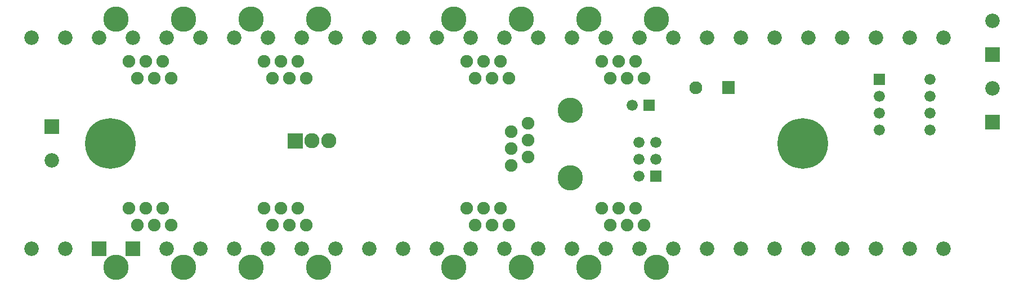
<source format=gbr>
G04 start of page 7 for group -4062 idx -4062 *
G04 Title: (unknown), soldermask *
G04 Creator: pcb 20140316 *
G04 CreationDate: Fri 09 Jan 2015 10:12:06 PM GMT UTC *
G04 For: ndholmes *
G04 Format: Gerber/RS-274X *
G04 PCB-Dimensions (mil): 6000.00 1700.00 *
G04 PCB-Coordinate-Origin: lower left *
%MOIN*%
%FSLAX25Y25*%
%LNBOTTOMMASK*%
%ADD96C,0.0760*%
%ADD95C,0.0660*%
%ADD94C,0.0900*%
%ADD93C,0.2997*%
%ADD92C,0.0001*%
%ADD91C,0.1500*%
%ADD90C,0.0750*%
%ADD89C,0.0860*%
G54D89*X30500Y147500D03*
X10500D03*
X70500D03*
X50500D03*
G54D90*X93000Y123500D03*
X83000D03*
X73000D03*
X88000Y133500D03*
X78000D03*
X68000D03*
G54D91*X100500Y158500D03*
X60500D03*
G54D89*X90500Y147500D03*
X110500Y22500D03*
X130500D03*
X150500D03*
G54D91*X140500Y11500D03*
G54D89*X190500Y22500D03*
X210500D03*
G54D90*X148000Y46500D03*
X153000Y36500D03*
X158000Y46500D03*
X163000Y36500D03*
G54D89*X170500Y22500D03*
G54D90*X168000Y46500D03*
X173000Y36500D03*
G54D91*X180500Y11500D03*
G54D92*G36*
X18200Y99300D02*Y90700D01*
X26800D01*
Y99300D01*
X18200D01*
G37*
G54D93*X57000Y85000D03*
G54D89*X22500Y75000D03*
G54D92*G36*
X46200Y26800D02*Y18200D01*
X54800D01*
Y26800D01*
X46200D01*
G37*
G54D91*X60500Y11500D03*
G54D92*G36*
X66200Y26800D02*Y18200D01*
X74800D01*
Y26800D01*
X66200D01*
G37*
G54D89*X90500Y22500D03*
X10500D03*
X30500D03*
G54D90*X68000Y46500D03*
X73000Y36500D03*
X78000Y46500D03*
X83000Y36500D03*
X88000Y46500D03*
X93000Y36500D03*
G54D91*X100500Y11500D03*
G54D94*X186500Y86500D03*
X176500D03*
G54D92*G36*
X162000Y91000D02*Y82000D01*
X171000D01*
Y91000D01*
X162000D01*
G37*
G54D89*X150500Y147500D03*
X130500D03*
X210500D03*
X190500D03*
X170500D03*
X110500D03*
G54D91*X140500Y158500D03*
G54D90*X173000Y123500D03*
G54D91*X180500Y158500D03*
G54D90*X168000Y133500D03*
X158000D03*
X148000D03*
X163000Y123500D03*
X153000D03*
G54D89*X290500Y22500D03*
X310500D03*
X250500D03*
X270500D03*
X230500D03*
G54D90*X268000Y46500D03*
X273000Y36500D03*
X278000Y46500D03*
X283000Y36500D03*
X288000Y46500D03*
X293000Y36500D03*
G54D91*X260500Y11500D03*
G54D90*X294500Y72000D03*
Y82000D03*
Y92000D03*
X304500Y77000D03*
Y87000D03*
Y97000D03*
G54D91*X329500Y64500D03*
Y104500D03*
G54D89*X230500Y147500D03*
X270500D03*
X250500D03*
G54D91*X260500Y158500D03*
G54D89*X350500Y147500D03*
X330500D03*
X310500D03*
X290500D03*
G54D90*X293000Y123500D03*
X288000Y133500D03*
G54D91*X300500Y158500D03*
G54D90*X283000Y123500D03*
X273000D03*
X278000Y133500D03*
X268000D03*
G54D89*X370500Y22500D03*
X390500D03*
G54D90*X368000Y46500D03*
X373000Y36500D03*
G54D92*G36*
X376700Y68800D02*Y62200D01*
X383300D01*
Y68800D01*
X376700D01*
G37*
G54D95*X380000Y75500D03*
Y85500D03*
X370000Y65500D03*
Y75500D03*
Y85500D03*
G54D89*X430500Y147500D03*
G54D92*G36*
X419306Y121800D02*Y114200D01*
X426906D01*
Y121800D01*
X419306D01*
G37*
G54D89*X410500Y147500D03*
G54D96*X403894Y118000D03*
G54D89*X390500Y147500D03*
X370500D03*
G54D90*X373000Y123500D03*
G54D91*X380500Y158500D03*
G54D92*G36*
X372700Y110800D02*Y104200D01*
X379300D01*
Y110800D01*
X372700D01*
G37*
G54D95*X366000Y107500D03*
G54D90*X368000Y133500D03*
X358000D03*
X348000D03*
G54D91*X340500Y158500D03*
G54D90*X363000Y123500D03*
X353000D03*
G54D91*X300500Y11500D03*
X340500D03*
X380500D03*
G54D90*X348000Y46500D03*
X353000Y36500D03*
X358000Y46500D03*
X363000Y36500D03*
G54D89*X330500Y22500D03*
X350500D03*
X410500D03*
X430500D03*
X510500Y147500D03*
Y22500D03*
G54D92*G36*
X509200Y126300D02*Y119700D01*
X515800D01*
Y126300D01*
X509200D01*
G37*
G54D95*X512500Y113000D03*
Y103000D03*
Y93000D03*
G54D89*X490500Y147500D03*
Y22500D03*
X470500Y147500D03*
X450500D03*
Y22500D03*
X470500D03*
G54D93*X467000Y85000D03*
G54D89*X530500Y22500D03*
X550500D03*
Y147500D03*
X530500D03*
G54D92*G36*
X575200Y141800D02*Y133200D01*
X583800D01*
Y141800D01*
X575200D01*
G37*
G54D89*X579500Y157500D03*
G54D92*G36*
X575200Y101800D02*Y93200D01*
X583800D01*
Y101800D01*
X575200D01*
G37*
G54D89*X579500Y117500D03*
G54D95*X542500Y93000D03*
Y103000D03*
Y113000D03*
Y123000D03*
M02*

</source>
